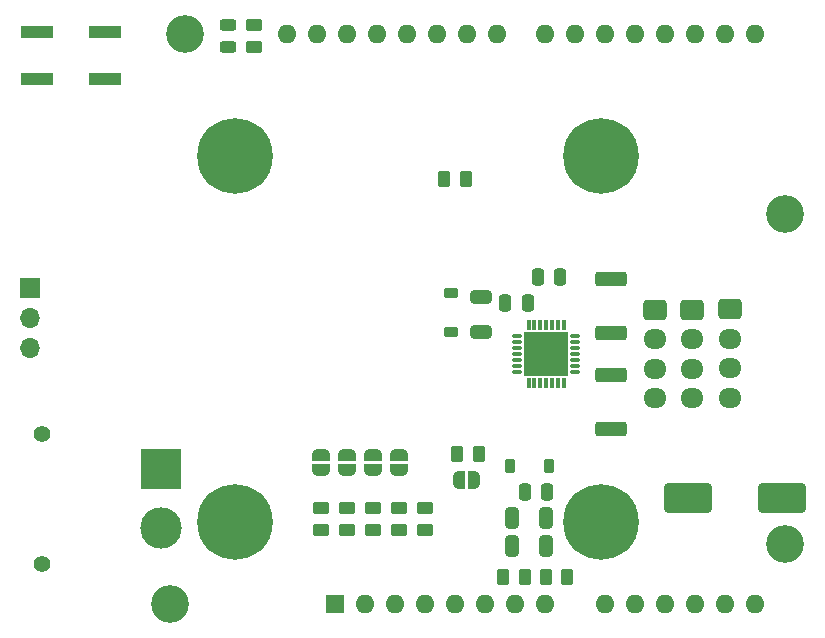
<source format=gbr>
%TF.GenerationSoftware,KiCad,Pcbnew,(7.0.0-0)*%
%TF.CreationDate,2023-04-23T15:23:44+02:00*%
%TF.ProjectId,tmc2209_devboard,746d6332-3230-4395-9f64-6576626f6172,rev?*%
%TF.SameCoordinates,Original*%
%TF.FileFunction,Soldermask,Top*%
%TF.FilePolarity,Negative*%
%FSLAX46Y46*%
G04 Gerber Fmt 4.6, Leading zero omitted, Abs format (unit mm)*
G04 Created by KiCad (PCBNEW (7.0.0-0)) date 2023-04-23 15:23:44*
%MOMM*%
%LPD*%
G01*
G04 APERTURE LIST*
G04 Aperture macros list*
%AMRoundRect*
0 Rectangle with rounded corners*
0 $1 Rounding radius*
0 $2 $3 $4 $5 $6 $7 $8 $9 X,Y pos of 4 corners*
0 Add a 4 corners polygon primitive as box body*
4,1,4,$2,$3,$4,$5,$6,$7,$8,$9,$2,$3,0*
0 Add four circle primitives for the rounded corners*
1,1,$1+$1,$2,$3*
1,1,$1+$1,$4,$5*
1,1,$1+$1,$6,$7*
1,1,$1+$1,$8,$9*
0 Add four rect primitives between the rounded corners*
20,1,$1+$1,$2,$3,$4,$5,0*
20,1,$1+$1,$4,$5,$6,$7,0*
20,1,$1+$1,$6,$7,$8,$9,0*
20,1,$1+$1,$8,$9,$2,$3,0*%
%AMFreePoly0*
4,1,19,0.500000,-0.750000,0.000000,-0.750000,0.000000,-0.744911,-0.071157,-0.744911,-0.207708,-0.704816,-0.327430,-0.627875,-0.420627,-0.520320,-0.479746,-0.390866,-0.500000,-0.250000,-0.500000,0.250000,-0.479746,0.390866,-0.420627,0.520320,-0.327430,0.627875,-0.207708,0.704816,-0.071157,0.744911,0.000000,0.744911,0.000000,0.750000,0.500000,0.750000,0.500000,-0.750000,0.500000,-0.750000,
$1*%
%AMFreePoly1*
4,1,19,0.000000,0.744911,0.071157,0.744911,0.207708,0.704816,0.327430,0.627875,0.420627,0.520320,0.479746,0.390866,0.500000,0.250000,0.500000,-0.250000,0.479746,-0.390866,0.420627,-0.520320,0.327430,-0.627875,0.207708,-0.704816,0.071157,-0.744911,0.000000,-0.744911,0.000000,-0.750000,-0.500000,-0.750000,-0.500000,0.750000,0.000000,0.750000,0.000000,0.744911,0.000000,0.744911,
$1*%
G04 Aperture macros list end*
%ADD10RoundRect,0.250000X0.450000X-0.262500X0.450000X0.262500X-0.450000X0.262500X-0.450000X-0.262500X0*%
%ADD11RoundRect,0.250000X-0.250000X-0.475000X0.250000X-0.475000X0.250000X0.475000X-0.250000X0.475000X0*%
%ADD12RoundRect,0.250000X0.262500X0.450000X-0.262500X0.450000X-0.262500X-0.450000X0.262500X-0.450000X0*%
%ADD13FreePoly0,270.000000*%
%ADD14FreePoly1,270.000000*%
%ADD15R,2.800000X1.000000*%
%ADD16RoundRect,0.250000X-1.750000X-1.000000X1.750000X-1.000000X1.750000X1.000000X-1.750000X1.000000X0*%
%ADD17FreePoly0,180.000000*%
%ADD18FreePoly1,180.000000*%
%ADD19R,1.700000X1.700000*%
%ADD20O,1.700000X1.700000*%
%ADD21RoundRect,0.225000X0.225000X0.375000X-0.225000X0.375000X-0.225000X-0.375000X0.225000X-0.375000X0*%
%ADD22RoundRect,0.250000X0.650000X-0.325000X0.650000X0.325000X-0.650000X0.325000X-0.650000X-0.325000X0*%
%ADD23C,0.800000*%
%ADD24C,6.400000*%
%ADD25RoundRect,0.250000X-0.262500X-0.450000X0.262500X-0.450000X0.262500X0.450000X-0.262500X0.450000X0*%
%ADD26RoundRect,0.250000X0.325000X0.650000X-0.325000X0.650000X-0.325000X-0.650000X0.325000X-0.650000X0*%
%ADD27RoundRect,0.250000X-0.725000X0.600000X-0.725000X-0.600000X0.725000X-0.600000X0.725000X0.600000X0*%
%ADD28O,1.950000X1.700000*%
%ADD29RoundRect,0.250000X-1.075000X0.362500X-1.075000X-0.362500X1.075000X-0.362500X1.075000X0.362500X0*%
%ADD30RoundRect,0.008100X-0.126900X0.396900X-0.126900X-0.396900X0.126900X-0.396900X0.126900X0.396900X0*%
%ADD31RoundRect,0.027000X-0.378000X0.108000X-0.378000X-0.108000X0.378000X-0.108000X0.378000X0.108000X0*%
%ADD32R,3.700000X3.700000*%
%ADD33RoundRect,0.250000X0.250000X0.475000X-0.250000X0.475000X-0.250000X-0.475000X0.250000X-0.475000X0*%
%ADD34C,1.400000*%
%ADD35R,3.500000X3.500000*%
%ADD36C,3.500000*%
%ADD37RoundRect,0.243750X0.456250X-0.243750X0.456250X0.243750X-0.456250X0.243750X-0.456250X-0.243750X0*%
%ADD38RoundRect,0.225000X0.375000X-0.225000X0.375000X0.225000X-0.375000X0.225000X-0.375000X-0.225000X0*%
%ADD39RoundRect,0.250000X1.075000X-0.362500X1.075000X0.362500X-1.075000X0.362500X-1.075000X-0.362500X0*%
%ADD40O,1.600000X1.600000*%
%ADD41R,1.600000X1.600000*%
%ADD42C,3.200000*%
G04 APERTURE END LIST*
D10*
%TO.C,R4*%
X63600000Y-25712500D03*
X63600000Y-23887500D03*
%TD*%
D11*
%TO.C,C1*%
X86525000Y-63400000D03*
X88425000Y-63400000D03*
%TD*%
D10*
%TO.C,R5*%
X69300000Y-66625000D03*
X69300000Y-64800000D03*
%TD*%
D12*
%TO.C,R1*%
X90112500Y-70600000D03*
X88287500Y-70600000D03*
%TD*%
D13*
%TO.C,JP2*%
X71500000Y-60300000D03*
D14*
X71500000Y-61600000D03*
%TD*%
D15*
%TO.C,SW1*%
X45199999Y-24499999D03*
X50999999Y-24499999D03*
X45199999Y-28499999D03*
X50999999Y-28499999D03*
%TD*%
D16*
%TO.C,C4*%
X108300000Y-63900000D03*
X100300000Y-63900000D03*
%TD*%
D17*
%TO.C,JP5*%
X82250000Y-62400000D03*
D18*
X80950000Y-62400000D03*
%TD*%
D13*
%TO.C,JP1*%
X69300000Y-60300000D03*
D14*
X69300000Y-61600000D03*
%TD*%
D19*
%TO.C,J2*%
X44599999Y-46174999D03*
D20*
X44599999Y-48714999D03*
X44599999Y-51254999D03*
%TD*%
D10*
%TO.C,R9*%
X78100000Y-66625000D03*
X78100000Y-64800000D03*
%TD*%
D21*
%TO.C,D1*%
X88600000Y-61200000D03*
X85300000Y-61200000D03*
%TD*%
D12*
%TO.C,R13*%
X82612500Y-60200000D03*
X80787500Y-60200000D03*
%TD*%
D22*
%TO.C,C8*%
X82782500Y-49875000D03*
X82782500Y-46925000D03*
%TD*%
D23*
%TO.C,H4*%
X59600000Y-35000000D03*
X60302944Y-33302944D03*
X60302944Y-36697056D03*
X62000000Y-32600000D03*
D24*
X62000000Y-35000000D03*
D23*
X62000000Y-37400000D03*
X63697056Y-33302944D03*
X63697056Y-36697056D03*
X64400000Y-35000000D03*
%TD*%
D13*
%TO.C,JP3*%
X73700000Y-60300000D03*
D14*
X73700000Y-61600000D03*
%TD*%
D23*
%TO.C,H3*%
X59600000Y-66000000D03*
X60302944Y-64302944D03*
X60302944Y-67697056D03*
X62000000Y-63600000D03*
D24*
X62000000Y-66000000D03*
D23*
X62000000Y-68400000D03*
X63697056Y-64302944D03*
X63697056Y-67697056D03*
X64400000Y-66000000D03*
%TD*%
D25*
%TO.C,R10*%
X79687500Y-36900000D03*
X81512500Y-36900000D03*
%TD*%
D26*
%TO.C,C3*%
X88350000Y-68000000D03*
X85400000Y-68000000D03*
%TD*%
D27*
%TO.C,J5*%
X97500000Y-48000000D03*
D28*
X97499999Y-50499999D03*
X97499999Y-52999999D03*
X97499999Y-55499999D03*
%TD*%
D29*
%TO.C,R12*%
X93817500Y-45375000D03*
X93817500Y-50000000D03*
%TD*%
D10*
%TO.C,R7*%
X73700000Y-66625000D03*
X73700000Y-64800000D03*
%TD*%
%TO.C,R6*%
X71500000Y-66625000D03*
X71500000Y-64800000D03*
%TD*%
D11*
%TO.C,C6*%
X87632500Y-45250000D03*
X89532500Y-45250000D03*
%TD*%
D30*
%TO.C,U1*%
X89832500Y-49300000D03*
X89332500Y-49300000D03*
X88832500Y-49300000D03*
X88332500Y-49300000D03*
X87832500Y-49300000D03*
X87332500Y-49300000D03*
X86832500Y-49300000D03*
D31*
X85882500Y-50250000D03*
X85882500Y-50750000D03*
X85882500Y-51250000D03*
X85882500Y-51750000D03*
X85882500Y-52250000D03*
X85882500Y-52750000D03*
X85882500Y-53250000D03*
D30*
X86832500Y-54200000D03*
X87332500Y-54200000D03*
X87832500Y-54200000D03*
X88332500Y-54200000D03*
X88832500Y-54200000D03*
X89332500Y-54200000D03*
X89832500Y-54200000D03*
D31*
X90782500Y-53250000D03*
X90782500Y-52750000D03*
X90782500Y-52250000D03*
X90782500Y-51750000D03*
X90782500Y-51250000D03*
X90782500Y-50750000D03*
X90782500Y-50250000D03*
D32*
X88332499Y-51749999D03*
%TD*%
D26*
%TO.C,C2*%
X88350000Y-65600000D03*
X85400000Y-65600000D03*
%TD*%
D33*
%TO.C,C7*%
X86750000Y-47400000D03*
X84850000Y-47400000D03*
%TD*%
D34*
%TO.C,J1*%
X45675000Y-69500000D03*
X45675000Y-58500000D03*
D35*
X55674999Y-61499999D03*
D36*
X55675000Y-66500000D03*
%TD*%
D37*
%TO.C,D2*%
X61350000Y-25762500D03*
X61350000Y-23887500D03*
%TD*%
D23*
%TO.C,H2*%
X90600000Y-66000000D03*
X91302944Y-64302944D03*
X91302944Y-67697056D03*
X93000000Y-63600000D03*
D24*
X93000000Y-66000000D03*
D23*
X93000000Y-68400000D03*
X94697056Y-64302944D03*
X94697056Y-67697056D03*
X95400000Y-66000000D03*
%TD*%
D10*
%TO.C,R8*%
X75900000Y-66625000D03*
X75900000Y-64800000D03*
%TD*%
D13*
%TO.C,JP4*%
X75900000Y-60300000D03*
D14*
X75900000Y-61600000D03*
%TD*%
D27*
%TO.C,J4*%
X103900000Y-47950000D03*
D28*
X103899999Y-50449999D03*
X103899999Y-52949999D03*
X103899999Y-55449999D03*
%TD*%
D38*
%TO.C,D3*%
X80282500Y-49900000D03*
X80282500Y-46600000D03*
%TD*%
D12*
%TO.C,R2*%
X86537500Y-70600000D03*
X84712500Y-70600000D03*
%TD*%
D39*
%TO.C,R11*%
X93800000Y-58112500D03*
X93800000Y-53487500D03*
%TD*%
D23*
%TO.C,H1*%
X90600000Y-35000000D03*
X91302944Y-33302944D03*
X91302944Y-36697056D03*
X93000000Y-32600000D03*
D24*
X93000000Y-35000000D03*
D23*
X93000000Y-37400000D03*
X94697056Y-33302944D03*
X94697056Y-36697056D03*
X95400000Y-35000000D03*
%TD*%
D27*
%TO.C,J6*%
X100700000Y-48000000D03*
D28*
X100699999Y-50499999D03*
X100699999Y-52999999D03*
X100699999Y-55499999D03*
%TD*%
D40*
%TO.C,A1*%
X66372499Y-24639999D03*
X68912499Y-24639999D03*
X71452499Y-24639999D03*
X73992499Y-24639999D03*
X76532499Y-24639999D03*
X79072499Y-24639999D03*
X81612499Y-24639999D03*
X84152499Y-24639999D03*
X88212499Y-24639999D03*
X90752499Y-24639999D03*
X93292499Y-24639999D03*
X95832499Y-24639999D03*
X98372499Y-24639999D03*
X100912499Y-24639999D03*
X103452499Y-24639999D03*
X105992499Y-24639999D03*
X105992499Y-72899999D03*
X103452499Y-72899999D03*
X100912499Y-72899999D03*
X98372499Y-72899999D03*
X95832499Y-72899999D03*
X93292499Y-72899999D03*
X88212499Y-72899999D03*
X85672499Y-72899999D03*
X83132499Y-72899999D03*
X80592499Y-72899999D03*
X78052499Y-72899999D03*
X75512499Y-72899999D03*
X72972499Y-72899999D03*
D41*
X70432499Y-72899999D03*
D42*
X108532500Y-67820000D03*
X108532500Y-39880000D03*
X57732500Y-24640000D03*
X56462500Y-72900000D03*
%TD*%
M02*

</source>
